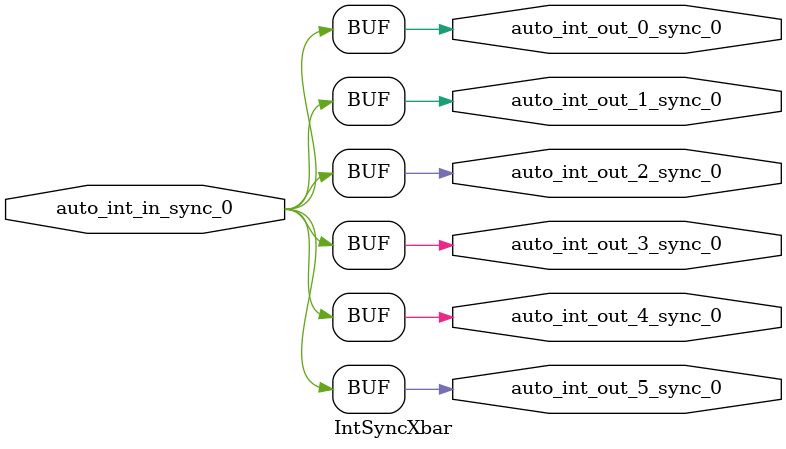
<source format=sv>
`ifndef RANDOMIZE
  `ifdef RANDOMIZE_REG_INIT
    `define RANDOMIZE
  `endif // RANDOMIZE_REG_INIT
`endif // not def RANDOMIZE
`ifndef RANDOMIZE
  `ifdef RANDOMIZE_MEM_INIT
    `define RANDOMIZE
  `endif // RANDOMIZE_MEM_INIT
`endif // not def RANDOMIZE

`ifndef RANDOM
  `define RANDOM $random
`endif // not def RANDOM

// Users can define 'PRINTF_COND' to add an extra gate to prints.
`ifndef PRINTF_COND_
  `ifdef PRINTF_COND
    `define PRINTF_COND_ (`PRINTF_COND)
  `else  // PRINTF_COND
    `define PRINTF_COND_ 1
  `endif // PRINTF_COND
`endif // not def PRINTF_COND_

// Users can define 'ASSERT_VERBOSE_COND' to add an extra gate to assert error printing.
`ifndef ASSERT_VERBOSE_COND_
  `ifdef ASSERT_VERBOSE_COND
    `define ASSERT_VERBOSE_COND_ (`ASSERT_VERBOSE_COND)
  `else  // ASSERT_VERBOSE_COND
    `define ASSERT_VERBOSE_COND_ 1
  `endif // ASSERT_VERBOSE_COND
`endif // not def ASSERT_VERBOSE_COND_

// Users can define 'STOP_COND' to add an extra gate to stop conditions.
`ifndef STOP_COND_
  `ifdef STOP_COND
    `define STOP_COND_ (`STOP_COND)
  `else  // STOP_COND
    `define STOP_COND_ 1
  `endif // STOP_COND
`endif // not def STOP_COND_

// Users can define INIT_RANDOM as general code that gets injected into the
// initializer block for modules with registers.
`ifndef INIT_RANDOM
  `define INIT_RANDOM
`endif // not def INIT_RANDOM

// If using random initialization, you can also define RANDOMIZE_DELAY to
// customize the delay used, otherwise 0.002 is used.
`ifndef RANDOMIZE_DELAY
  `define RANDOMIZE_DELAY 0.002
`endif // not def RANDOMIZE_DELAY

// Define INIT_RANDOM_PROLOG_ for use in our modules below.
`ifndef INIT_RANDOM_PROLOG_
  `ifdef RANDOMIZE
    `ifdef VERILATOR
      `define INIT_RANDOM_PROLOG_ `INIT_RANDOM
    `else  // VERILATOR
      `define INIT_RANDOM_PROLOG_ `INIT_RANDOM #`RANDOMIZE_DELAY begin end
    `endif // VERILATOR
  `else  // RANDOMIZE
    `define INIT_RANDOM_PROLOG_
  `endif // RANDOMIZE
`endif // not def INIT_RANDOM_PROLOG_

module IntSyncXbar(
  input  auto_int_in_sync_0,
  output auto_int_out_5_sync_0,
         auto_int_out_4_sync_0,
         auto_int_out_3_sync_0,
         auto_int_out_2_sync_0,
         auto_int_out_1_sync_0,
         auto_int_out_0_sync_0
);

  assign auto_int_out_5_sync_0 = auto_int_in_sync_0;
  assign auto_int_out_4_sync_0 = auto_int_in_sync_0;
  assign auto_int_out_3_sync_0 = auto_int_in_sync_0;
  assign auto_int_out_2_sync_0 = auto_int_in_sync_0;
  assign auto_int_out_1_sync_0 = auto_int_in_sync_0;
  assign auto_int_out_0_sync_0 = auto_int_in_sync_0;
endmodule


</source>
